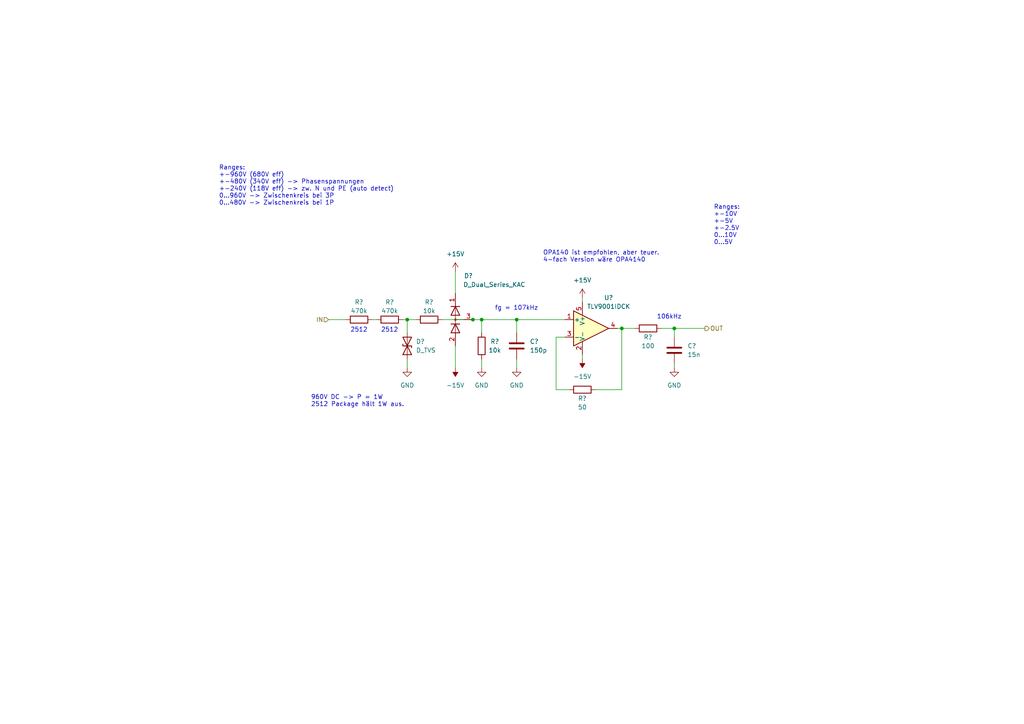
<source format=kicad_sch>
(kicad_sch (version 20211123) (generator eeschema)
  (paper "A4")
  (lib_symbols
    (symbol "Amplifier_Operational:TLV9001IDCK" (pin_names (offset 0.127))
      (property "Reference" "U" (at 7.62 2.54 0))
      (property "Value" "TLV9001IDCK" (at 11.43 -2.54 0))
      (symbol "TLV9001IDCK_0_1"
        (polyline (pts (xy -2.54 5.08) (xy -2.54 -5.08) (xy 7.62 0) (xy -2.54 5.08)) (stroke (width 0.254)) (fill (type background)))
      )
      (symbol "TLV9001IDCK_1_1"
        (pin input line (at -5.08 2.54 0) (length 2.54) (name "+") (number "1"))
        (pin power_in line (at 0 -7.62 90) (length 3.81) (name "V-") (number "2"))
        (pin input line (at -5.08 -2.54 0) (length 2.54) (name "-") (number "3"))
        (pin output line (at 10.16 0 180) (length 2.54) (name "~") (number "4"))
        (pin power_in line (at 0 7.62 270) (length 3.81) (name "V+") (number "5"))
      )
    )
    (symbol "Device:C" (pin_numbers hide) (pin_names (offset 0.254))
      (property "Reference" "C" (at 0.635 2.54 0))
      (property "Value" "C" (at 0.635 -2.54 0))
      (symbol "C_0_1"
        (polyline (pts (xy -2.032 -0.762) (xy 2.032 -0.762)) (stroke (width 0.508)))
        (polyline (pts (xy -2.032 0.762) (xy 2.032 0.762)) (stroke (width 0.508)))
      )
      (symbol "C_1_1"
        (pin passive line (at 0 3.81 270) (length 2.794) (name "~") (number "1"))
        (pin passive line (at 0 -3.81 90) (length 2.794) (name "~") (number "2"))
      )
    )
    (symbol "Device:D_Dual_Series_KAC" (pin_names (offset 0.762) hide)
      (property "Reference" "D" (at 1.27 -2.54 0))
      (property "Value" "D_Dual_Series_KAC" (at 0 2.54 0))
      (symbol "D_Dual_Series_KAC_0_1"
        (polyline (pts (xy 0 0) (xy 0 -2.54)))
        (polyline (pts (xy 3.81 0) (xy -3.81 0)))
        (polyline (pts (xy -1.27 -1.27) (xy -1.27 1.27) (xy -1.27 1.27)) (stroke (width 0.254)))
        (polyline (pts (xy 3.81 1.27) (xy 3.81 -1.27) (xy 3.81 -1.27)) (stroke (width 0.254)))
        (polyline (pts (xy -3.81 1.27) (xy -1.27 0) (xy -3.81 -1.27) (xy -3.81 1.27) (xy -3.81 1.27) (xy -3.81 1.27)) (stroke (width 0.254)))
        (polyline (pts (xy 1.27 1.27) (xy 3.81 0) (xy 1.27 -1.27) (xy 1.27 1.27) (xy 1.27 1.27) (xy 1.27 1.27)) (stroke (width 0.254)))
        (circle (center 0 0) (radius 0.254) (fill (type outline)))
        (pin passive line (at 7.62 0 180) (length 3.81) (name "K") (number "1"))
        (pin passive line (at -7.62 0 0) (length 3.81) (name "A") (number "2"))
        (pin passive line (at 0 -5.08 90) (length 2.54) (name "common") (number "3"))
      )
    )
    (symbol "Device:D_TVS" (pin_numbers hide) (pin_names (offset 1.016) hide)
      (property "Reference" "D" (at 0 2.54 0))
      (property "Value" "D_TVS" (at 0 -2.54 0))
      (symbol "D_TVS_0_1"
        (polyline (pts (xy 1.27 0) (xy -1.27 0)))
        (polyline (pts (xy 0.508 1.27) (xy 0 1.27) (xy 0 -1.27) (xy -0.508 -1.27)) (stroke (width 0.254)))
        (polyline (pts (xy -2.54 1.27) (xy -2.54 -1.27) (xy 2.54 1.27) (xy 2.54 -1.27) (xy -2.54 1.27)) (stroke (width 0.254)))
      )
      (symbol "D_TVS_1_1"
        (pin passive line (at -3.81 0 0) (length 2.54) (name "A1") (number "1"))
        (pin passive line (at 3.81 0 180) (length 2.54) (name "A2") (number "2"))
      )
    )
    (symbol "Device:R" (pin_numbers hide) (pin_names (offset 0))
      (property "Reference" "R" (at 2.032 0 90))
      (property "Value" "R" (at 0 0 90))
      (symbol "R_0_1"
        (rectangle (start -1.016 -2.54) (end 1.016 2.54) (stroke (width 0.254)))
      )
      (symbol "R_1_1"
        (pin passive line (at 0 3.81 270) (length 1.27) (name "~") (number "1"))
        (pin passive line (at 0 -3.81 90) (length 1.27) (name "~") (number "2"))
      )
    )
    (symbol "power:+15V" (power) (pin_names (offset 0))
      (property "Value" "+15V" (at 0 3.556 0))
      (symbol "+15V_0_1"
        (polyline (pts (xy -0.762 1.27) (xy 0 2.54)))
        (polyline (pts (xy 0 0) (xy 0 2.54)))
        (polyline (pts (xy 0 2.54) (xy 0.762 1.27)))
      )
      (symbol "+15V_1_1"
        (pin power_in line (at 0 0 90) (length 0) hide (name "+15V") (number "1"))
      )
    )
    (symbol "power:-15V" (power) (pin_names (offset 0))
      (property "Value" "-15V" (at 0 3.81 0))
      (symbol "-15V_0_0"
        (pin power_in line (at 0 0 90) (length 0) hide (name "-15V") (number "1"))
      )
      (symbol "-15V_0_1"
        (polyline (pts (xy 0 0) (xy 0 1.27) (xy 0.762 1.27) (xy 0 2.54) (xy -0.762 1.27) (xy 0 1.27)) (fill (type outline)))
      )
    )
    (symbol "power:GND" (power) (pin_names (offset 0))
      (property "Value" "GND" (at 0 -3.81 0))
      (symbol "GND_0_1"
        (polyline (pts (xy 0 0) (xy 0 -1.27) (xy 1.27 -1.27) (xy 0 -2.54) (xy -1.27 -1.27) (xy 0 -1.27)))
      )
      (symbol "GND_1_1"
        (pin power_in line (at 0 0 270) (length 0) hide (name "GND") (number "1"))
      )
    )
  )
  (junction (at 118.11 92.71))
  (junction (at 149.86 92.71))
  (junction (at 180.34 95.25))
  (junction (at 137.16 92.71))
  (junction (at 139.7 92.71))
  (junction (at 195.58 95.25))
  (wire (pts (xy 180.34 95.25) (xy 184.15 95.25)))
  (wire (pts (xy 132.08 100.33) (xy 132.08 106.68)))
  (wire (pts (xy 168.91 102.87) (xy 168.91 104.14)))
  (wire (pts (xy 149.86 92.71) (xy 149.86 96.52)))
  (wire (pts (xy 95.25 92.71) (xy 100.33 92.71)))
  (wire (pts (xy 163.83 97.79) (xy 161.29 97.79)))
  (wire (pts (xy 132.08 78.74) (xy 132.08 85.09)))
  (wire (pts (xy 118.11 104.14) (xy 118.11 106.68)))
  (wire (pts (xy 139.7 92.71) (xy 149.86 92.71)))
  (wire (pts (xy 195.58 105.41) (xy 195.58 106.68)))
  (wire (pts (xy 195.58 95.25) (xy 195.58 97.79)))
  (wire (pts (xy 107.95 92.71) (xy 109.22 92.71)))
  (wire (pts (xy 179.07 95.25) (xy 180.34 95.25)))
  (wire (pts (xy 137.16 92.71) (xy 139.7 92.71)))
  (wire (pts (xy 139.7 104.14) (xy 139.7 106.68)))
  (wire (pts (xy 139.7 92.71) (xy 139.7 96.52)))
  (wire (pts (xy 191.77 95.25) (xy 195.58 95.25)))
  (wire (pts (xy 149.86 104.14) (xy 149.86 106.68)))
  (wire (pts (xy 116.84 92.71) (xy 118.11 92.71)))
  (wire (pts (xy 161.29 113.03) (xy 165.1 113.03)))
  (wire (pts (xy 118.11 92.71) (xy 118.11 96.52)))
  (wire (pts (xy 128.27 92.71) (xy 137.16 92.71)))
  (wire (pts (xy 180.34 113.03) (xy 180.34 95.25)))
  (wire (pts (xy 172.72 113.03) (xy 180.34 113.03)))
  (wire (pts (xy 161.29 97.79) (xy 161.29 113.03)))
  (wire (pts (xy 168.91 86.36) (xy 168.91 87.63)))
  (wire (pts (xy 195.58 95.25) (xy 204.47 95.25)))
  (wire (pts (xy 118.11 92.71) (xy 120.65 92.71)))
  (wire (pts (xy 149.86 92.71) (xy 163.83 92.71)))
  (text "2512" (at 101.6 96.52 0) (effects (font (size 1.27 1.27)) (justify left bottom)))
  (text "Ranges:\n+-960V (680V eff)\n+-480V (340V eff) -> Phasenspannungen\n+-240V (118V eff) -> zw. N und PE (auto detect)\n0...960V -> Zwischenkreis bei 3P\n0...480V -> Zwischenkreis bei 1P\n" (at 63.5 59.69 0) (effects (font (size 1.27 1.27)) (justify left bottom)))
  (text "960V DC -> P = 1W\n2512 Package hält 1W aus." (at 90.17 118.11 0) (effects (font (size 1.27 1.27)) (justify left bottom)))
  (text "106kHz" (at 190.5 92.71 0) (effects (font (size 1.27 1.27)) (justify left bottom)))
  (text "OPA140 ist empfohlen, aber teuer.\n4-fach Version wäre OPA4140" (at 157.48 76.2 0) (effects (font (size 1.27 1.27)) (justify left bottom)))
  (text "Ranges:\n+-10V\n+-5V\n+-2.5V\n0...10V\n0...5V" (at 207.01 71.12 0) (effects (font (size 1.27 1.27)) (justify left bottom)))
  (text "2512" (at 110.49 96.52 0) (effects (font (size 1.27 1.27)) (justify left bottom)))
  (text "fg = 107kHz" (at 143.51 90.17 0) (effects (font (size 1.27 1.27)) (justify left bottom)))
  (hierarchical_label "IN" (shape input) (at 95.25 92.71 180))
  (hierarchical_label "OUT" (shape output) (at 204.47 95.25 0))
  (symbol (lib_id "Device:C") (at 149.86 100.33 0) (unit 1)
    (property "Reference" "C?" (at 153.67 99.0599 0) (effects (justify left)))
    (property "Value" "150p" (at 153.67 101.5999 0) (effects (justify left)))
  )
  (symbol (lib_id "Device:R") (at 168.91 113.03 90) (unit 1)
    (property "Reference" "R?" (at 168.91 115.57 90))
    (property "Value" "50" (at 168.91 118.11 90))
  )
  (symbol (lib_id "Device:D_TVS") (at 118.11 100.33 90) (unit 1)
    (property "Reference" "D?" (at 120.65 99.0599 90) (effects (justify right)))
    (property "Value" "D_TVS" (at 120.65 101.5999 90) (effects (justify right)))
  )
  (symbol (lib_id "power:GND") (at 195.58 106.68 0) (unit 1)
    (property "Reference" "#PWR?" (effects hide))
    (property "Value" "GND" (at 195.58 111.76 0))
  )
  (symbol (lib_id "power:+15V") (at 132.08 78.74 0) (unit 1)
    (property "Reference" "#PWR?" (effects hide))
    (property "Value" "+15V" (at 132.08 73.66 0))
  )
  (symbol (lib_id "power:-15V") (at 132.08 106.68 180) (unit 1)
    (property "Reference" "#PWR?" (effects hide))
    (property "Value" "-15V" (at 132.08 111.76 0))
  )
  (symbol (lib_id "power:GND") (at 118.11 106.68 0) (unit 1)
    (property "Reference" "#PWR?" (effects hide))
    (property "Value" "GND" (at 118.11 111.76 0))
  )
  (symbol (lib_id "Amplifier_Operational:TLV9001IDCK") (at 168.91 95.25 0) (unit 1)
    (property "Reference" "U?" (at 176.53 86.36 0))
    (property "Value" "TLV9001IDCK" (at 176.53 88.9 0))
    (property "Footprint" "Package_TO_SOT_SMD:SOT-353_SC-70-5" (effects hide))
    (property "Datasheet" "https://www.ti.com/lit/ds/symlink/tlv9001.pdf" (effects hide))
  )
  (symbol (lib_id "Device:R") (at 187.96 95.25 90) (unit 1)
    (property "Reference" "R?" (at 187.96 97.79 90))
    (property "Value" "100" (at 187.96 100.33 90))
  )
  (symbol (lib_id "power:GND") (at 139.7 106.68 0) (unit 1)
    (property "Reference" "#PWR?" (effects hide))
    (property "Value" "GND" (at 139.7 111.76 0))
  )
  (symbol (lib_id "power:+15V") (at 168.91 86.36 0) (unit 1)
    (property "Reference" "#PWR?" (effects hide))
    (property "Value" "+15V" (at 168.91 81.28 0))
  )
  (symbol (lib_id "power:-15V") (at 168.91 104.14 180) (unit 1)
    (property "Reference" "#PWR?" (effects hide))
    (property "Value" "-15V" (at 168.91 109.22 0))
  )
  (symbol (lib_id "Device:C") (at 195.58 101.6 0) (unit 1)
    (property "Reference" "C?" (at 199.39 100.3299 0) (effects (justify left)))
    (property "Value" "15n" (at 199.39 102.8699 0) (effects (justify left)))
  )
  (symbol (lib_id "Device:R") (at 113.03 92.71 90) (unit 1)
    (property "Reference" "R?" (at 113.03 87.63 90))
    (property "Value" "470k" (at 113.03 90.17 90))
  )
  (symbol (lib_id "Device:R") (at 124.46 92.71 90) (unit 1)
    (property "Reference" "R?" (at 124.46 87.63 90))
    (property "Value" "10k" (at 124.46 90.17 90))
  )
  (symbol (lib_id "Device:D_Dual_Series_KAC") (at 132.08 92.71 90) (unit 1)
    (property "Reference" "D?" (at 137.16 80.01 90) (effects (justify left)))
    (property "Value" "D_Dual_Series_KAC" (at 152.4 82.55 90) (effects (justify left)))
  )
  (symbol (lib_id "power:GND") (at 149.86 106.68 0) (unit 1)
    (property "Reference" "#PWR?" (effects hide))
    (property "Value" "GND" (at 149.86 111.76 0))
  )
  (symbol (lib_id "Device:R") (at 104.14 92.71 90) (unit 1)
    (property "Reference" "R?" (at 104.14 87.63 90))
    (property "Value" "470k" (at 104.14 90.17 90))
  )
  (symbol (lib_id "Device:R") (at 139.7 100.33 180) (unit 1)
    (property "Reference" "R?" (at 143.51 99.06 0))
    (property "Value" "10k" (at 143.51 101.6 0))
  )
)
</source>
